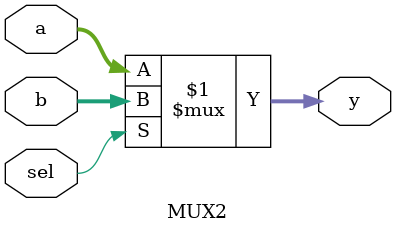
<source format=v>
module MUX2 #(parameter WIDTH = 8) (
    input wire sel,
    input wire [WIDTH-1:0] a,
    input wire [WIDTH-1:0] b,
    output wire [WIDTH-1:0] y
);

assign y = (sel) ? b : a;

endmodule
</source>
